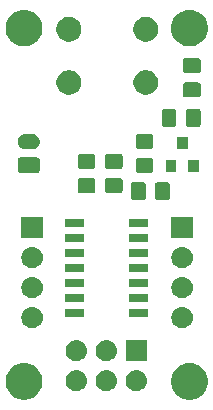
<source format=gbr>
G04 #@! TF.GenerationSoftware,KiCad,Pcbnew,5.0.2+dfsg1-1*
G04 #@! TF.CreationDate,2019-04-22T18:48:39+01:00*
G04 #@! TF.ProjectId,hawk,6861776b-2e6b-4696-9361-645f70636258,rev?*
G04 #@! TF.SameCoordinates,Original*
G04 #@! TF.FileFunction,Soldermask,Top*
G04 #@! TF.FilePolarity,Negative*
%FSLAX46Y46*%
G04 Gerber Fmt 4.6, Leading zero omitted, Abs format (unit mm)*
G04 Created by KiCad (PCBNEW 5.0.2+dfsg1-1) date Mon 22 Apr 2019 18:48:39 BST*
%MOMM*%
%LPD*%
G01*
G04 APERTURE LIST*
%ADD10C,0.100000*%
G04 APERTURE END LIST*
D10*
G36*
X158452527Y-92788736D02*
X158552410Y-92808604D01*
X158834674Y-92925521D01*
X159088705Y-93095259D01*
X159304741Y-93311295D01*
X159474479Y-93565326D01*
X159591396Y-93847590D01*
X159651000Y-94147240D01*
X159651000Y-94452760D01*
X159591396Y-94752410D01*
X159474479Y-95034674D01*
X159304741Y-95288705D01*
X159088705Y-95504741D01*
X158834674Y-95674479D01*
X158552410Y-95791396D01*
X158452527Y-95811264D01*
X158252762Y-95851000D01*
X157947238Y-95851000D01*
X157747473Y-95811264D01*
X157647590Y-95791396D01*
X157365326Y-95674479D01*
X157111295Y-95504741D01*
X156895259Y-95288705D01*
X156725521Y-95034674D01*
X156608604Y-94752410D01*
X156549000Y-94452760D01*
X156549000Y-94147240D01*
X156608604Y-93847590D01*
X156725521Y-93565326D01*
X156895259Y-93311295D01*
X157111295Y-93095259D01*
X157365326Y-92925521D01*
X157647590Y-92808604D01*
X157747473Y-92788736D01*
X157947238Y-92749000D01*
X158252762Y-92749000D01*
X158452527Y-92788736D01*
X158452527Y-92788736D01*
G37*
G36*
X144452527Y-92788736D02*
X144552410Y-92808604D01*
X144834674Y-92925521D01*
X145088705Y-93095259D01*
X145304741Y-93311295D01*
X145474479Y-93565326D01*
X145591396Y-93847590D01*
X145651000Y-94147240D01*
X145651000Y-94452760D01*
X145591396Y-94752410D01*
X145474479Y-95034674D01*
X145304741Y-95288705D01*
X145088705Y-95504741D01*
X144834674Y-95674479D01*
X144552410Y-95791396D01*
X144452527Y-95811264D01*
X144252762Y-95851000D01*
X143947238Y-95851000D01*
X143747473Y-95811264D01*
X143647590Y-95791396D01*
X143365326Y-95674479D01*
X143111295Y-95504741D01*
X142895259Y-95288705D01*
X142725521Y-95034674D01*
X142608604Y-94752410D01*
X142549000Y-94452760D01*
X142549000Y-94147240D01*
X142608604Y-93847590D01*
X142725521Y-93565326D01*
X142895259Y-93311295D01*
X143111295Y-93095259D01*
X143365326Y-92925521D01*
X143647590Y-92808604D01*
X143747473Y-92788736D01*
X143947238Y-92749000D01*
X144252762Y-92749000D01*
X144452527Y-92788736D01*
X144452527Y-92788736D01*
G37*
G36*
X151170443Y-93345519D02*
X151236627Y-93352037D01*
X151349853Y-93386384D01*
X151406467Y-93403557D01*
X151545087Y-93477652D01*
X151562991Y-93487222D01*
X151598729Y-93516552D01*
X151700186Y-93599814D01*
X151783448Y-93701271D01*
X151812778Y-93737009D01*
X151812779Y-93737011D01*
X151896443Y-93893533D01*
X151896443Y-93893534D01*
X151947963Y-94063373D01*
X151965359Y-94240000D01*
X151947963Y-94416627D01*
X151913616Y-94529853D01*
X151896443Y-94586467D01*
X151822348Y-94725087D01*
X151812778Y-94742991D01*
X151783448Y-94778729D01*
X151700186Y-94880186D01*
X151598729Y-94963448D01*
X151562991Y-94992778D01*
X151562989Y-94992779D01*
X151406467Y-95076443D01*
X151349853Y-95093616D01*
X151236627Y-95127963D01*
X151170443Y-95134481D01*
X151104260Y-95141000D01*
X151015740Y-95141000D01*
X150949557Y-95134481D01*
X150883373Y-95127963D01*
X150770147Y-95093616D01*
X150713533Y-95076443D01*
X150557011Y-94992779D01*
X150557009Y-94992778D01*
X150521271Y-94963448D01*
X150419814Y-94880186D01*
X150336552Y-94778729D01*
X150307222Y-94742991D01*
X150297652Y-94725087D01*
X150223557Y-94586467D01*
X150206384Y-94529853D01*
X150172037Y-94416627D01*
X150154641Y-94240000D01*
X150172037Y-94063373D01*
X150223557Y-93893534D01*
X150223557Y-93893533D01*
X150307221Y-93737011D01*
X150307222Y-93737009D01*
X150336552Y-93701271D01*
X150419814Y-93599814D01*
X150521271Y-93516552D01*
X150557009Y-93487222D01*
X150574913Y-93477652D01*
X150713533Y-93403557D01*
X150770147Y-93386384D01*
X150883373Y-93352037D01*
X150949558Y-93345518D01*
X151015740Y-93339000D01*
X151104260Y-93339000D01*
X151170443Y-93345519D01*
X151170443Y-93345519D01*
G37*
G36*
X153710443Y-93345519D02*
X153776627Y-93352037D01*
X153889853Y-93386384D01*
X153946467Y-93403557D01*
X154085087Y-93477652D01*
X154102991Y-93487222D01*
X154138729Y-93516552D01*
X154240186Y-93599814D01*
X154323448Y-93701271D01*
X154352778Y-93737009D01*
X154352779Y-93737011D01*
X154436443Y-93893533D01*
X154436443Y-93893534D01*
X154487963Y-94063373D01*
X154505359Y-94240000D01*
X154487963Y-94416627D01*
X154453616Y-94529853D01*
X154436443Y-94586467D01*
X154362348Y-94725087D01*
X154352778Y-94742991D01*
X154323448Y-94778729D01*
X154240186Y-94880186D01*
X154138729Y-94963448D01*
X154102991Y-94992778D01*
X154102989Y-94992779D01*
X153946467Y-95076443D01*
X153889853Y-95093616D01*
X153776627Y-95127963D01*
X153710443Y-95134481D01*
X153644260Y-95141000D01*
X153555740Y-95141000D01*
X153489557Y-95134481D01*
X153423373Y-95127963D01*
X153310147Y-95093616D01*
X153253533Y-95076443D01*
X153097011Y-94992779D01*
X153097009Y-94992778D01*
X153061271Y-94963448D01*
X152959814Y-94880186D01*
X152876552Y-94778729D01*
X152847222Y-94742991D01*
X152837652Y-94725087D01*
X152763557Y-94586467D01*
X152746384Y-94529853D01*
X152712037Y-94416627D01*
X152694641Y-94240000D01*
X152712037Y-94063373D01*
X152763557Y-93893534D01*
X152763557Y-93893533D01*
X152847221Y-93737011D01*
X152847222Y-93737009D01*
X152876552Y-93701271D01*
X152959814Y-93599814D01*
X153061271Y-93516552D01*
X153097009Y-93487222D01*
X153114913Y-93477652D01*
X153253533Y-93403557D01*
X153310147Y-93386384D01*
X153423373Y-93352037D01*
X153489558Y-93345518D01*
X153555740Y-93339000D01*
X153644260Y-93339000D01*
X153710443Y-93345519D01*
X153710443Y-93345519D01*
G37*
G36*
X148630443Y-93345519D02*
X148696627Y-93352037D01*
X148809853Y-93386384D01*
X148866467Y-93403557D01*
X149005087Y-93477652D01*
X149022991Y-93487222D01*
X149058729Y-93516552D01*
X149160186Y-93599814D01*
X149243448Y-93701271D01*
X149272778Y-93737009D01*
X149272779Y-93737011D01*
X149356443Y-93893533D01*
X149356443Y-93893534D01*
X149407963Y-94063373D01*
X149425359Y-94240000D01*
X149407963Y-94416627D01*
X149373616Y-94529853D01*
X149356443Y-94586467D01*
X149282348Y-94725087D01*
X149272778Y-94742991D01*
X149243448Y-94778729D01*
X149160186Y-94880186D01*
X149058729Y-94963448D01*
X149022991Y-94992778D01*
X149022989Y-94992779D01*
X148866467Y-95076443D01*
X148809853Y-95093616D01*
X148696627Y-95127963D01*
X148630443Y-95134481D01*
X148564260Y-95141000D01*
X148475740Y-95141000D01*
X148409557Y-95134481D01*
X148343373Y-95127963D01*
X148230147Y-95093616D01*
X148173533Y-95076443D01*
X148017011Y-94992779D01*
X148017009Y-94992778D01*
X147981271Y-94963448D01*
X147879814Y-94880186D01*
X147796552Y-94778729D01*
X147767222Y-94742991D01*
X147757652Y-94725087D01*
X147683557Y-94586467D01*
X147666384Y-94529853D01*
X147632037Y-94416627D01*
X147614641Y-94240000D01*
X147632037Y-94063373D01*
X147683557Y-93893534D01*
X147683557Y-93893533D01*
X147767221Y-93737011D01*
X147767222Y-93737009D01*
X147796552Y-93701271D01*
X147879814Y-93599814D01*
X147981271Y-93516552D01*
X148017009Y-93487222D01*
X148034913Y-93477652D01*
X148173533Y-93403557D01*
X148230147Y-93386384D01*
X148343373Y-93352037D01*
X148409558Y-93345518D01*
X148475740Y-93339000D01*
X148564260Y-93339000D01*
X148630443Y-93345519D01*
X148630443Y-93345519D01*
G37*
G36*
X154501000Y-92601000D02*
X152699000Y-92601000D01*
X152699000Y-90799000D01*
X154501000Y-90799000D01*
X154501000Y-92601000D01*
X154501000Y-92601000D01*
G37*
G36*
X151170442Y-90805518D02*
X151236627Y-90812037D01*
X151349853Y-90846384D01*
X151406467Y-90863557D01*
X151545087Y-90937652D01*
X151562991Y-90947222D01*
X151598729Y-90976552D01*
X151700186Y-91059814D01*
X151783448Y-91161271D01*
X151812778Y-91197009D01*
X151812779Y-91197011D01*
X151896443Y-91353533D01*
X151896443Y-91353534D01*
X151947963Y-91523373D01*
X151965359Y-91700000D01*
X151947963Y-91876627D01*
X151913616Y-91989853D01*
X151896443Y-92046467D01*
X151822348Y-92185087D01*
X151812778Y-92202991D01*
X151783448Y-92238729D01*
X151700186Y-92340186D01*
X151598729Y-92423448D01*
X151562991Y-92452778D01*
X151562989Y-92452779D01*
X151406467Y-92536443D01*
X151349853Y-92553616D01*
X151236627Y-92587963D01*
X151170442Y-92594482D01*
X151104260Y-92601000D01*
X151015740Y-92601000D01*
X150949558Y-92594482D01*
X150883373Y-92587963D01*
X150770147Y-92553616D01*
X150713533Y-92536443D01*
X150557011Y-92452779D01*
X150557009Y-92452778D01*
X150521271Y-92423448D01*
X150419814Y-92340186D01*
X150336552Y-92238729D01*
X150307222Y-92202991D01*
X150297652Y-92185087D01*
X150223557Y-92046467D01*
X150206384Y-91989853D01*
X150172037Y-91876627D01*
X150154641Y-91700000D01*
X150172037Y-91523373D01*
X150223557Y-91353534D01*
X150223557Y-91353533D01*
X150307221Y-91197011D01*
X150307222Y-91197009D01*
X150336552Y-91161271D01*
X150419814Y-91059814D01*
X150521271Y-90976552D01*
X150557009Y-90947222D01*
X150574913Y-90937652D01*
X150713533Y-90863557D01*
X150770147Y-90846384D01*
X150883373Y-90812037D01*
X150949558Y-90805518D01*
X151015740Y-90799000D01*
X151104260Y-90799000D01*
X151170442Y-90805518D01*
X151170442Y-90805518D01*
G37*
G36*
X148630442Y-90805518D02*
X148696627Y-90812037D01*
X148809853Y-90846384D01*
X148866467Y-90863557D01*
X149005087Y-90937652D01*
X149022991Y-90947222D01*
X149058729Y-90976552D01*
X149160186Y-91059814D01*
X149243448Y-91161271D01*
X149272778Y-91197009D01*
X149272779Y-91197011D01*
X149356443Y-91353533D01*
X149356443Y-91353534D01*
X149407963Y-91523373D01*
X149425359Y-91700000D01*
X149407963Y-91876627D01*
X149373616Y-91989853D01*
X149356443Y-92046467D01*
X149282348Y-92185087D01*
X149272778Y-92202991D01*
X149243448Y-92238729D01*
X149160186Y-92340186D01*
X149058729Y-92423448D01*
X149022991Y-92452778D01*
X149022989Y-92452779D01*
X148866467Y-92536443D01*
X148809853Y-92553616D01*
X148696627Y-92587963D01*
X148630442Y-92594482D01*
X148564260Y-92601000D01*
X148475740Y-92601000D01*
X148409558Y-92594482D01*
X148343373Y-92587963D01*
X148230147Y-92553616D01*
X148173533Y-92536443D01*
X148017011Y-92452779D01*
X148017009Y-92452778D01*
X147981271Y-92423448D01*
X147879814Y-92340186D01*
X147796552Y-92238729D01*
X147767222Y-92202991D01*
X147757652Y-92185087D01*
X147683557Y-92046467D01*
X147666384Y-91989853D01*
X147632037Y-91876627D01*
X147614641Y-91700000D01*
X147632037Y-91523373D01*
X147683557Y-91353534D01*
X147683557Y-91353533D01*
X147767221Y-91197011D01*
X147767222Y-91197009D01*
X147796552Y-91161271D01*
X147879814Y-91059814D01*
X147981271Y-90976552D01*
X148017009Y-90947222D01*
X148034913Y-90937652D01*
X148173533Y-90863557D01*
X148230147Y-90846384D01*
X148343373Y-90812037D01*
X148409558Y-90805518D01*
X148475740Y-90799000D01*
X148564260Y-90799000D01*
X148630442Y-90805518D01*
X148630442Y-90805518D01*
G37*
G36*
X144890443Y-88005519D02*
X144956627Y-88012037D01*
X145069853Y-88046384D01*
X145126467Y-88063557D01*
X145265087Y-88137652D01*
X145282991Y-88147222D01*
X145297342Y-88159000D01*
X145420186Y-88259814D01*
X145503448Y-88361271D01*
X145532778Y-88397009D01*
X145532779Y-88397011D01*
X145616443Y-88553533D01*
X145616443Y-88553534D01*
X145667963Y-88723373D01*
X145685359Y-88900000D01*
X145667963Y-89076627D01*
X145633616Y-89189853D01*
X145616443Y-89246467D01*
X145542348Y-89385087D01*
X145532778Y-89402991D01*
X145503448Y-89438729D01*
X145420186Y-89540186D01*
X145318729Y-89623448D01*
X145282991Y-89652778D01*
X145282989Y-89652779D01*
X145126467Y-89736443D01*
X145069853Y-89753616D01*
X144956627Y-89787963D01*
X144890443Y-89794481D01*
X144824260Y-89801000D01*
X144735740Y-89801000D01*
X144669557Y-89794481D01*
X144603373Y-89787963D01*
X144490147Y-89753616D01*
X144433533Y-89736443D01*
X144277011Y-89652779D01*
X144277009Y-89652778D01*
X144241271Y-89623448D01*
X144139814Y-89540186D01*
X144056552Y-89438729D01*
X144027222Y-89402991D01*
X144017652Y-89385087D01*
X143943557Y-89246467D01*
X143926384Y-89189853D01*
X143892037Y-89076627D01*
X143874641Y-88900000D01*
X143892037Y-88723373D01*
X143943557Y-88553534D01*
X143943557Y-88553533D01*
X144027221Y-88397011D01*
X144027222Y-88397009D01*
X144056552Y-88361271D01*
X144139814Y-88259814D01*
X144262658Y-88159000D01*
X144277009Y-88147222D01*
X144294913Y-88137652D01*
X144433533Y-88063557D01*
X144490147Y-88046384D01*
X144603373Y-88012037D01*
X144669557Y-88005519D01*
X144735740Y-87999000D01*
X144824260Y-87999000D01*
X144890443Y-88005519D01*
X144890443Y-88005519D01*
G37*
G36*
X157590443Y-88005519D02*
X157656627Y-88012037D01*
X157769853Y-88046384D01*
X157826467Y-88063557D01*
X157965087Y-88137652D01*
X157982991Y-88147222D01*
X157997342Y-88159000D01*
X158120186Y-88259814D01*
X158203448Y-88361271D01*
X158232778Y-88397009D01*
X158232779Y-88397011D01*
X158316443Y-88553533D01*
X158316443Y-88553534D01*
X158367963Y-88723373D01*
X158385359Y-88900000D01*
X158367963Y-89076627D01*
X158333616Y-89189853D01*
X158316443Y-89246467D01*
X158242348Y-89385087D01*
X158232778Y-89402991D01*
X158203448Y-89438729D01*
X158120186Y-89540186D01*
X158018729Y-89623448D01*
X157982991Y-89652778D01*
X157982989Y-89652779D01*
X157826467Y-89736443D01*
X157769853Y-89753616D01*
X157656627Y-89787963D01*
X157590443Y-89794481D01*
X157524260Y-89801000D01*
X157435740Y-89801000D01*
X157369557Y-89794481D01*
X157303373Y-89787963D01*
X157190147Y-89753616D01*
X157133533Y-89736443D01*
X156977011Y-89652779D01*
X156977009Y-89652778D01*
X156941271Y-89623448D01*
X156839814Y-89540186D01*
X156756552Y-89438729D01*
X156727222Y-89402991D01*
X156717652Y-89385087D01*
X156643557Y-89246467D01*
X156626384Y-89189853D01*
X156592037Y-89076627D01*
X156574641Y-88900000D01*
X156592037Y-88723373D01*
X156643557Y-88553534D01*
X156643557Y-88553533D01*
X156727221Y-88397011D01*
X156727222Y-88397009D01*
X156756552Y-88361271D01*
X156839814Y-88259814D01*
X156962658Y-88159000D01*
X156977009Y-88147222D01*
X156994913Y-88137652D01*
X157133533Y-88063557D01*
X157190147Y-88046384D01*
X157303373Y-88012037D01*
X157369557Y-88005519D01*
X157435740Y-87999000D01*
X157524260Y-87999000D01*
X157590443Y-88005519D01*
X157590443Y-88005519D01*
G37*
G36*
X154601000Y-88861000D02*
X152999000Y-88861000D01*
X152999000Y-88159000D01*
X154601000Y-88159000D01*
X154601000Y-88861000D01*
X154601000Y-88861000D01*
G37*
G36*
X149201000Y-88861000D02*
X147599000Y-88861000D01*
X147599000Y-88159000D01*
X149201000Y-88159000D01*
X149201000Y-88861000D01*
X149201000Y-88861000D01*
G37*
G36*
X154601000Y-87591000D02*
X152999000Y-87591000D01*
X152999000Y-86889000D01*
X154601000Y-86889000D01*
X154601000Y-87591000D01*
X154601000Y-87591000D01*
G37*
G36*
X149201000Y-87591000D02*
X147599000Y-87591000D01*
X147599000Y-86889000D01*
X149201000Y-86889000D01*
X149201000Y-87591000D01*
X149201000Y-87591000D01*
G37*
G36*
X144890442Y-85465518D02*
X144956627Y-85472037D01*
X145069853Y-85506384D01*
X145126467Y-85523557D01*
X145265087Y-85597652D01*
X145282991Y-85607222D01*
X145297342Y-85619000D01*
X145420186Y-85719814D01*
X145503448Y-85821271D01*
X145532778Y-85857009D01*
X145532779Y-85857011D01*
X145616443Y-86013533D01*
X145616443Y-86013534D01*
X145667963Y-86183373D01*
X145685359Y-86360000D01*
X145667963Y-86536627D01*
X145633616Y-86649853D01*
X145616443Y-86706467D01*
X145542348Y-86845087D01*
X145532778Y-86862991D01*
X145511433Y-86889000D01*
X145420186Y-87000186D01*
X145318729Y-87083448D01*
X145282991Y-87112778D01*
X145282989Y-87112779D01*
X145126467Y-87196443D01*
X145069853Y-87213616D01*
X144956627Y-87247963D01*
X144890442Y-87254482D01*
X144824260Y-87261000D01*
X144735740Y-87261000D01*
X144669558Y-87254482D01*
X144603373Y-87247963D01*
X144490147Y-87213616D01*
X144433533Y-87196443D01*
X144277011Y-87112779D01*
X144277009Y-87112778D01*
X144241271Y-87083448D01*
X144139814Y-87000186D01*
X144048567Y-86889000D01*
X144027222Y-86862991D01*
X144017652Y-86845087D01*
X143943557Y-86706467D01*
X143926384Y-86649853D01*
X143892037Y-86536627D01*
X143874641Y-86360000D01*
X143892037Y-86183373D01*
X143943557Y-86013534D01*
X143943557Y-86013533D01*
X144027221Y-85857011D01*
X144027222Y-85857009D01*
X144056552Y-85821271D01*
X144139814Y-85719814D01*
X144262658Y-85619000D01*
X144277009Y-85607222D01*
X144294913Y-85597652D01*
X144433533Y-85523557D01*
X144490147Y-85506384D01*
X144603373Y-85472037D01*
X144669558Y-85465518D01*
X144735740Y-85459000D01*
X144824260Y-85459000D01*
X144890442Y-85465518D01*
X144890442Y-85465518D01*
G37*
G36*
X157590442Y-85465518D02*
X157656627Y-85472037D01*
X157769853Y-85506384D01*
X157826467Y-85523557D01*
X157965087Y-85597652D01*
X157982991Y-85607222D01*
X157997342Y-85619000D01*
X158120186Y-85719814D01*
X158203448Y-85821271D01*
X158232778Y-85857009D01*
X158232779Y-85857011D01*
X158316443Y-86013533D01*
X158316443Y-86013534D01*
X158367963Y-86183373D01*
X158385359Y-86360000D01*
X158367963Y-86536627D01*
X158333616Y-86649853D01*
X158316443Y-86706467D01*
X158242348Y-86845087D01*
X158232778Y-86862991D01*
X158211433Y-86889000D01*
X158120186Y-87000186D01*
X158018729Y-87083448D01*
X157982991Y-87112778D01*
X157982989Y-87112779D01*
X157826467Y-87196443D01*
X157769853Y-87213616D01*
X157656627Y-87247963D01*
X157590442Y-87254482D01*
X157524260Y-87261000D01*
X157435740Y-87261000D01*
X157369558Y-87254482D01*
X157303373Y-87247963D01*
X157190147Y-87213616D01*
X157133533Y-87196443D01*
X156977011Y-87112779D01*
X156977009Y-87112778D01*
X156941271Y-87083448D01*
X156839814Y-87000186D01*
X156748567Y-86889000D01*
X156727222Y-86862991D01*
X156717652Y-86845087D01*
X156643557Y-86706467D01*
X156626384Y-86649853D01*
X156592037Y-86536627D01*
X156574641Y-86360000D01*
X156592037Y-86183373D01*
X156643557Y-86013534D01*
X156643557Y-86013533D01*
X156727221Y-85857011D01*
X156727222Y-85857009D01*
X156756552Y-85821271D01*
X156839814Y-85719814D01*
X156962658Y-85619000D01*
X156977009Y-85607222D01*
X156994913Y-85597652D01*
X157133533Y-85523557D01*
X157190147Y-85506384D01*
X157303373Y-85472037D01*
X157369558Y-85465518D01*
X157435740Y-85459000D01*
X157524260Y-85459000D01*
X157590442Y-85465518D01*
X157590442Y-85465518D01*
G37*
G36*
X154601000Y-86321000D02*
X152999000Y-86321000D01*
X152999000Y-85619000D01*
X154601000Y-85619000D01*
X154601000Y-86321000D01*
X154601000Y-86321000D01*
G37*
G36*
X149201000Y-86321000D02*
X147599000Y-86321000D01*
X147599000Y-85619000D01*
X149201000Y-85619000D01*
X149201000Y-86321000D01*
X149201000Y-86321000D01*
G37*
G36*
X154601000Y-85051000D02*
X152999000Y-85051000D01*
X152999000Y-84349000D01*
X154601000Y-84349000D01*
X154601000Y-85051000D01*
X154601000Y-85051000D01*
G37*
G36*
X149201000Y-85051000D02*
X147599000Y-85051000D01*
X147599000Y-84349000D01*
X149201000Y-84349000D01*
X149201000Y-85051000D01*
X149201000Y-85051000D01*
G37*
G36*
X157590443Y-82925519D02*
X157656627Y-82932037D01*
X157769853Y-82966384D01*
X157826467Y-82983557D01*
X157965087Y-83057652D01*
X157982991Y-83067222D01*
X157997342Y-83079000D01*
X158120186Y-83179814D01*
X158203448Y-83281271D01*
X158232778Y-83317009D01*
X158232779Y-83317011D01*
X158316443Y-83473533D01*
X158316443Y-83473534D01*
X158367963Y-83643373D01*
X158385359Y-83820000D01*
X158367963Y-83996627D01*
X158333616Y-84109853D01*
X158316443Y-84166467D01*
X158242348Y-84305087D01*
X158232778Y-84322991D01*
X158211433Y-84349000D01*
X158120186Y-84460186D01*
X158018729Y-84543448D01*
X157982991Y-84572778D01*
X157982989Y-84572779D01*
X157826467Y-84656443D01*
X157769853Y-84673616D01*
X157656627Y-84707963D01*
X157590443Y-84714481D01*
X157524260Y-84721000D01*
X157435740Y-84721000D01*
X157369557Y-84714481D01*
X157303373Y-84707963D01*
X157190147Y-84673616D01*
X157133533Y-84656443D01*
X156977011Y-84572779D01*
X156977009Y-84572778D01*
X156941271Y-84543448D01*
X156839814Y-84460186D01*
X156748567Y-84349000D01*
X156727222Y-84322991D01*
X156717652Y-84305087D01*
X156643557Y-84166467D01*
X156626384Y-84109853D01*
X156592037Y-83996627D01*
X156574641Y-83820000D01*
X156592037Y-83643373D01*
X156643557Y-83473534D01*
X156643557Y-83473533D01*
X156727221Y-83317011D01*
X156727222Y-83317009D01*
X156756552Y-83281271D01*
X156839814Y-83179814D01*
X156962658Y-83079000D01*
X156977009Y-83067222D01*
X156994913Y-83057652D01*
X157133533Y-82983557D01*
X157190147Y-82966384D01*
X157303373Y-82932037D01*
X157369557Y-82925519D01*
X157435740Y-82919000D01*
X157524260Y-82919000D01*
X157590443Y-82925519D01*
X157590443Y-82925519D01*
G37*
G36*
X144890443Y-82925519D02*
X144956627Y-82932037D01*
X145069853Y-82966384D01*
X145126467Y-82983557D01*
X145265087Y-83057652D01*
X145282991Y-83067222D01*
X145297342Y-83079000D01*
X145420186Y-83179814D01*
X145503448Y-83281271D01*
X145532778Y-83317009D01*
X145532779Y-83317011D01*
X145616443Y-83473533D01*
X145616443Y-83473534D01*
X145667963Y-83643373D01*
X145685359Y-83820000D01*
X145667963Y-83996627D01*
X145633616Y-84109853D01*
X145616443Y-84166467D01*
X145542348Y-84305087D01*
X145532778Y-84322991D01*
X145511433Y-84349000D01*
X145420186Y-84460186D01*
X145318729Y-84543448D01*
X145282991Y-84572778D01*
X145282989Y-84572779D01*
X145126467Y-84656443D01*
X145069853Y-84673616D01*
X144956627Y-84707963D01*
X144890443Y-84714481D01*
X144824260Y-84721000D01*
X144735740Y-84721000D01*
X144669557Y-84714481D01*
X144603373Y-84707963D01*
X144490147Y-84673616D01*
X144433533Y-84656443D01*
X144277011Y-84572779D01*
X144277009Y-84572778D01*
X144241271Y-84543448D01*
X144139814Y-84460186D01*
X144048567Y-84349000D01*
X144027222Y-84322991D01*
X144017652Y-84305087D01*
X143943557Y-84166467D01*
X143926384Y-84109853D01*
X143892037Y-83996627D01*
X143874641Y-83820000D01*
X143892037Y-83643373D01*
X143943557Y-83473534D01*
X143943557Y-83473533D01*
X144027221Y-83317011D01*
X144027222Y-83317009D01*
X144056552Y-83281271D01*
X144139814Y-83179814D01*
X144262658Y-83079000D01*
X144277009Y-83067222D01*
X144294913Y-83057652D01*
X144433533Y-82983557D01*
X144490147Y-82966384D01*
X144603373Y-82932037D01*
X144669557Y-82925519D01*
X144735740Y-82919000D01*
X144824260Y-82919000D01*
X144890443Y-82925519D01*
X144890443Y-82925519D01*
G37*
G36*
X154601000Y-83781000D02*
X152999000Y-83781000D01*
X152999000Y-83079000D01*
X154601000Y-83079000D01*
X154601000Y-83781000D01*
X154601000Y-83781000D01*
G37*
G36*
X149201000Y-83781000D02*
X147599000Y-83781000D01*
X147599000Y-83079000D01*
X149201000Y-83079000D01*
X149201000Y-83781000D01*
X149201000Y-83781000D01*
G37*
G36*
X154601000Y-82511000D02*
X152999000Y-82511000D01*
X152999000Y-81809000D01*
X154601000Y-81809000D01*
X154601000Y-82511000D01*
X154601000Y-82511000D01*
G37*
G36*
X149201000Y-82511000D02*
X147599000Y-82511000D01*
X147599000Y-81809000D01*
X149201000Y-81809000D01*
X149201000Y-82511000D01*
X149201000Y-82511000D01*
G37*
G36*
X158381000Y-82181000D02*
X156579000Y-82181000D01*
X156579000Y-80379000D01*
X158381000Y-80379000D01*
X158381000Y-82181000D01*
X158381000Y-82181000D01*
G37*
G36*
X145681000Y-82181000D02*
X143879000Y-82181000D01*
X143879000Y-80379000D01*
X145681000Y-80379000D01*
X145681000Y-82181000D01*
X145681000Y-82181000D01*
G37*
G36*
X149201000Y-81241000D02*
X147599000Y-81241000D01*
X147599000Y-80539000D01*
X149201000Y-80539000D01*
X149201000Y-81241000D01*
X149201000Y-81241000D01*
G37*
G36*
X154601000Y-81241000D02*
X152999000Y-81241000D01*
X152999000Y-80539000D01*
X154601000Y-80539000D01*
X154601000Y-81241000D01*
X154601000Y-81241000D01*
G37*
G36*
X156288677Y-77453465D02*
X156326364Y-77464898D01*
X156361103Y-77483466D01*
X156391548Y-77508452D01*
X156416534Y-77538897D01*
X156435102Y-77573636D01*
X156446535Y-77611323D01*
X156451000Y-77656661D01*
X156451000Y-78743339D01*
X156446535Y-78788677D01*
X156435102Y-78826364D01*
X156416534Y-78861103D01*
X156391548Y-78891548D01*
X156361103Y-78916534D01*
X156326364Y-78935102D01*
X156288677Y-78946535D01*
X156243339Y-78951000D01*
X155406661Y-78951000D01*
X155361323Y-78946535D01*
X155323636Y-78935102D01*
X155288897Y-78916534D01*
X155258452Y-78891548D01*
X155233466Y-78861103D01*
X155214898Y-78826364D01*
X155203465Y-78788677D01*
X155199000Y-78743339D01*
X155199000Y-77656661D01*
X155203465Y-77611323D01*
X155214898Y-77573636D01*
X155233466Y-77538897D01*
X155258452Y-77508452D01*
X155288897Y-77483466D01*
X155323636Y-77464898D01*
X155361323Y-77453465D01*
X155406661Y-77449000D01*
X156243339Y-77449000D01*
X156288677Y-77453465D01*
X156288677Y-77453465D01*
G37*
G36*
X154238677Y-77453465D02*
X154276364Y-77464898D01*
X154311103Y-77483466D01*
X154341548Y-77508452D01*
X154366534Y-77538897D01*
X154385102Y-77573636D01*
X154396535Y-77611323D01*
X154401000Y-77656661D01*
X154401000Y-78743339D01*
X154396535Y-78788677D01*
X154385102Y-78826364D01*
X154366534Y-78861103D01*
X154341548Y-78891548D01*
X154311103Y-78916534D01*
X154276364Y-78935102D01*
X154238677Y-78946535D01*
X154193339Y-78951000D01*
X153356661Y-78951000D01*
X153311323Y-78946535D01*
X153273636Y-78935102D01*
X153238897Y-78916534D01*
X153208452Y-78891548D01*
X153183466Y-78861103D01*
X153164898Y-78826364D01*
X153153465Y-78788677D01*
X153149000Y-78743339D01*
X153149000Y-77656661D01*
X153153465Y-77611323D01*
X153164898Y-77573636D01*
X153183466Y-77538897D01*
X153208452Y-77508452D01*
X153238897Y-77483466D01*
X153273636Y-77464898D01*
X153311323Y-77453465D01*
X153356661Y-77449000D01*
X154193339Y-77449000D01*
X154238677Y-77453465D01*
X154238677Y-77453465D01*
G37*
G36*
X152288677Y-77103465D02*
X152326364Y-77114898D01*
X152361103Y-77133466D01*
X152391548Y-77158452D01*
X152416534Y-77188897D01*
X152435102Y-77223636D01*
X152446535Y-77261323D01*
X152451000Y-77306661D01*
X152451000Y-78143339D01*
X152446535Y-78188677D01*
X152435102Y-78226364D01*
X152416534Y-78261103D01*
X152391548Y-78291548D01*
X152361103Y-78316534D01*
X152326364Y-78335102D01*
X152288677Y-78346535D01*
X152243339Y-78351000D01*
X151156661Y-78351000D01*
X151111323Y-78346535D01*
X151073636Y-78335102D01*
X151038897Y-78316534D01*
X151008452Y-78291548D01*
X150983466Y-78261103D01*
X150964898Y-78226364D01*
X150953465Y-78188677D01*
X150949000Y-78143339D01*
X150949000Y-77306661D01*
X150953465Y-77261323D01*
X150964898Y-77223636D01*
X150983466Y-77188897D01*
X151008452Y-77158452D01*
X151038897Y-77133466D01*
X151073636Y-77114898D01*
X151111323Y-77103465D01*
X151156661Y-77099000D01*
X152243339Y-77099000D01*
X152288677Y-77103465D01*
X152288677Y-77103465D01*
G37*
G36*
X149988677Y-77103465D02*
X150026364Y-77114898D01*
X150061103Y-77133466D01*
X150091548Y-77158452D01*
X150116534Y-77188897D01*
X150135102Y-77223636D01*
X150146535Y-77261323D01*
X150151000Y-77306661D01*
X150151000Y-78143339D01*
X150146535Y-78188677D01*
X150135102Y-78226364D01*
X150116534Y-78261103D01*
X150091548Y-78291548D01*
X150061103Y-78316534D01*
X150026364Y-78335102D01*
X149988677Y-78346535D01*
X149943339Y-78351000D01*
X148856661Y-78351000D01*
X148811323Y-78346535D01*
X148773636Y-78335102D01*
X148738897Y-78316534D01*
X148708452Y-78291548D01*
X148683466Y-78261103D01*
X148664898Y-78226364D01*
X148653465Y-78188677D01*
X148649000Y-78143339D01*
X148649000Y-77306661D01*
X148653465Y-77261323D01*
X148664898Y-77223636D01*
X148683466Y-77188897D01*
X148708452Y-77158452D01*
X148738897Y-77133466D01*
X148773636Y-77114898D01*
X148811323Y-77103465D01*
X148856661Y-77099000D01*
X149943339Y-77099000D01*
X149988677Y-77103465D01*
X149988677Y-77103465D01*
G37*
G36*
X145266242Y-75353404D02*
X145303339Y-75364657D01*
X145337520Y-75382927D01*
X145367482Y-75407518D01*
X145392073Y-75437480D01*
X145410343Y-75471661D01*
X145421596Y-75508758D01*
X145426000Y-75553473D01*
X145426000Y-76446527D01*
X145421596Y-76491242D01*
X145410343Y-76528339D01*
X145392073Y-76562520D01*
X145367482Y-76592482D01*
X145337520Y-76617073D01*
X145303339Y-76635343D01*
X145266242Y-76646596D01*
X145221527Y-76651000D01*
X143778473Y-76651000D01*
X143733758Y-76646596D01*
X143696661Y-76635343D01*
X143662480Y-76617073D01*
X143632518Y-76592482D01*
X143607927Y-76562520D01*
X143589657Y-76528339D01*
X143578404Y-76491242D01*
X143574000Y-76446527D01*
X143574000Y-75553473D01*
X143578404Y-75508758D01*
X143589657Y-75471661D01*
X143607927Y-75437480D01*
X143632518Y-75407518D01*
X143662480Y-75382927D01*
X143696661Y-75364657D01*
X143733758Y-75353404D01*
X143778473Y-75349000D01*
X145221527Y-75349000D01*
X145266242Y-75353404D01*
X145266242Y-75353404D01*
G37*
G36*
X154888677Y-75403465D02*
X154926364Y-75414898D01*
X154961103Y-75433466D01*
X154991548Y-75458452D01*
X155016534Y-75488897D01*
X155035102Y-75523636D01*
X155046535Y-75561323D01*
X155051000Y-75606661D01*
X155051000Y-76443339D01*
X155046535Y-76488677D01*
X155035102Y-76526364D01*
X155016534Y-76561103D01*
X154991548Y-76591548D01*
X154961103Y-76616534D01*
X154926364Y-76635102D01*
X154888677Y-76646535D01*
X154843339Y-76651000D01*
X153756661Y-76651000D01*
X153711323Y-76646535D01*
X153673636Y-76635102D01*
X153638897Y-76616534D01*
X153608452Y-76591548D01*
X153583466Y-76561103D01*
X153564898Y-76526364D01*
X153553465Y-76488677D01*
X153549000Y-76443339D01*
X153549000Y-75606661D01*
X153553465Y-75561323D01*
X153564898Y-75523636D01*
X153583466Y-75488897D01*
X153608452Y-75458452D01*
X153638897Y-75433466D01*
X153673636Y-75414898D01*
X153711323Y-75403465D01*
X153756661Y-75399000D01*
X154843339Y-75399000D01*
X154888677Y-75403465D01*
X154888677Y-75403465D01*
G37*
G36*
X158901000Y-76601000D02*
X157999000Y-76601000D01*
X157999000Y-75599000D01*
X158901000Y-75599000D01*
X158901000Y-76601000D01*
X158901000Y-76601000D01*
G37*
G36*
X157001000Y-76601000D02*
X156099000Y-76601000D01*
X156099000Y-75599000D01*
X157001000Y-75599000D01*
X157001000Y-76601000D01*
X157001000Y-76601000D01*
G37*
G36*
X152288677Y-75053465D02*
X152326364Y-75064898D01*
X152361103Y-75083466D01*
X152391548Y-75108452D01*
X152416534Y-75138897D01*
X152435102Y-75173636D01*
X152446535Y-75211323D01*
X152451000Y-75256661D01*
X152451000Y-76093339D01*
X152446535Y-76138677D01*
X152435102Y-76176364D01*
X152416534Y-76211103D01*
X152391548Y-76241548D01*
X152361103Y-76266534D01*
X152326364Y-76285102D01*
X152288677Y-76296535D01*
X152243339Y-76301000D01*
X151156661Y-76301000D01*
X151111323Y-76296535D01*
X151073636Y-76285102D01*
X151038897Y-76266534D01*
X151008452Y-76241548D01*
X150983466Y-76211103D01*
X150964898Y-76176364D01*
X150953465Y-76138677D01*
X150949000Y-76093339D01*
X150949000Y-75256661D01*
X150953465Y-75211323D01*
X150964898Y-75173636D01*
X150983466Y-75138897D01*
X151008452Y-75108452D01*
X151038897Y-75083466D01*
X151073636Y-75064898D01*
X151111323Y-75053465D01*
X151156661Y-75049000D01*
X152243339Y-75049000D01*
X152288677Y-75053465D01*
X152288677Y-75053465D01*
G37*
G36*
X149988677Y-75053465D02*
X150026364Y-75064898D01*
X150061103Y-75083466D01*
X150091548Y-75108452D01*
X150116534Y-75138897D01*
X150135102Y-75173636D01*
X150146535Y-75211323D01*
X150151000Y-75256661D01*
X150151000Y-76093339D01*
X150146535Y-76138677D01*
X150135102Y-76176364D01*
X150116534Y-76211103D01*
X150091548Y-76241548D01*
X150061103Y-76266534D01*
X150026364Y-76285102D01*
X149988677Y-76296535D01*
X149943339Y-76301000D01*
X148856661Y-76301000D01*
X148811323Y-76296535D01*
X148773636Y-76285102D01*
X148738897Y-76266534D01*
X148708452Y-76241548D01*
X148683466Y-76211103D01*
X148664898Y-76176364D01*
X148653465Y-76138677D01*
X148649000Y-76093339D01*
X148649000Y-75256661D01*
X148653465Y-75211323D01*
X148664898Y-75173636D01*
X148683466Y-75138897D01*
X148708452Y-75108452D01*
X148738897Y-75083466D01*
X148773636Y-75064898D01*
X148811323Y-75053465D01*
X148856661Y-75049000D01*
X149943339Y-75049000D01*
X149988677Y-75053465D01*
X149988677Y-75053465D01*
G37*
G36*
X144838855Y-73352140D02*
X144902618Y-73358420D01*
X144984427Y-73383237D01*
X145025333Y-73395645D01*
X145106251Y-73438897D01*
X145138426Y-73456095D01*
X145237553Y-73537447D01*
X145318905Y-73636574D01*
X145318906Y-73636576D01*
X145379355Y-73749667D01*
X145379355Y-73749668D01*
X145416580Y-73872382D01*
X145429149Y-74000000D01*
X145416580Y-74127618D01*
X145391763Y-74209427D01*
X145379355Y-74250333D01*
X145337399Y-74328827D01*
X145318905Y-74363426D01*
X145237553Y-74462553D01*
X145138426Y-74543905D01*
X145138424Y-74543906D01*
X145025333Y-74604355D01*
X144984427Y-74616763D01*
X144902618Y-74641580D01*
X144838855Y-74647860D01*
X144806974Y-74651000D01*
X144193026Y-74651000D01*
X144161145Y-74647860D01*
X144097382Y-74641580D01*
X144015573Y-74616763D01*
X143974667Y-74604355D01*
X143861576Y-74543906D01*
X143861574Y-74543905D01*
X143762447Y-74462553D01*
X143681095Y-74363426D01*
X143662601Y-74328827D01*
X143620645Y-74250333D01*
X143608237Y-74209427D01*
X143583420Y-74127618D01*
X143570851Y-74000000D01*
X143583420Y-73872382D01*
X143620645Y-73749668D01*
X143620645Y-73749667D01*
X143681094Y-73636576D01*
X143681095Y-73636574D01*
X143762447Y-73537447D01*
X143861574Y-73456095D01*
X143893749Y-73438897D01*
X143974667Y-73395645D01*
X144015573Y-73383237D01*
X144097382Y-73358420D01*
X144161145Y-73352140D01*
X144193026Y-73349000D01*
X144806974Y-73349000D01*
X144838855Y-73352140D01*
X144838855Y-73352140D01*
G37*
G36*
X154888677Y-73353465D02*
X154926364Y-73364898D01*
X154961103Y-73383466D01*
X154991548Y-73408452D01*
X155016534Y-73438897D01*
X155035102Y-73473636D01*
X155046535Y-73511323D01*
X155051000Y-73556661D01*
X155051000Y-74393339D01*
X155046535Y-74438677D01*
X155035102Y-74476364D01*
X155016534Y-74511103D01*
X154991548Y-74541548D01*
X154961103Y-74566534D01*
X154926364Y-74585102D01*
X154888677Y-74596535D01*
X154843339Y-74601000D01*
X153756661Y-74601000D01*
X153711323Y-74596535D01*
X153673636Y-74585102D01*
X153638897Y-74566534D01*
X153608452Y-74541548D01*
X153583466Y-74511103D01*
X153564898Y-74476364D01*
X153553465Y-74438677D01*
X153549000Y-74393339D01*
X153549000Y-73556661D01*
X153553465Y-73511323D01*
X153564898Y-73473636D01*
X153583466Y-73438897D01*
X153608452Y-73408452D01*
X153638897Y-73383466D01*
X153673636Y-73364898D01*
X153711323Y-73353465D01*
X153756661Y-73349000D01*
X154843339Y-73349000D01*
X154888677Y-73353465D01*
X154888677Y-73353465D01*
G37*
G36*
X157951000Y-74601000D02*
X157049000Y-74601000D01*
X157049000Y-73599000D01*
X157951000Y-73599000D01*
X157951000Y-74601000D01*
X157951000Y-74601000D01*
G37*
G36*
X158888677Y-71253465D02*
X158926364Y-71264898D01*
X158961103Y-71283466D01*
X158991548Y-71308452D01*
X159016534Y-71338897D01*
X159035102Y-71373636D01*
X159046535Y-71411323D01*
X159051000Y-71456661D01*
X159051000Y-72543339D01*
X159046535Y-72588677D01*
X159035102Y-72626364D01*
X159016534Y-72661103D01*
X158991548Y-72691548D01*
X158961103Y-72716534D01*
X158926364Y-72735102D01*
X158888677Y-72746535D01*
X158843339Y-72751000D01*
X158006661Y-72751000D01*
X157961323Y-72746535D01*
X157923636Y-72735102D01*
X157888897Y-72716534D01*
X157858452Y-72691548D01*
X157833466Y-72661103D01*
X157814898Y-72626364D01*
X157803465Y-72588677D01*
X157799000Y-72543339D01*
X157799000Y-71456661D01*
X157803465Y-71411323D01*
X157814898Y-71373636D01*
X157833466Y-71338897D01*
X157858452Y-71308452D01*
X157888897Y-71283466D01*
X157923636Y-71264898D01*
X157961323Y-71253465D01*
X158006661Y-71249000D01*
X158843339Y-71249000D01*
X158888677Y-71253465D01*
X158888677Y-71253465D01*
G37*
G36*
X156838677Y-71253465D02*
X156876364Y-71264898D01*
X156911103Y-71283466D01*
X156941548Y-71308452D01*
X156966534Y-71338897D01*
X156985102Y-71373636D01*
X156996535Y-71411323D01*
X157001000Y-71456661D01*
X157001000Y-72543339D01*
X156996535Y-72588677D01*
X156985102Y-72626364D01*
X156966534Y-72661103D01*
X156941548Y-72691548D01*
X156911103Y-72716534D01*
X156876364Y-72735102D01*
X156838677Y-72746535D01*
X156793339Y-72751000D01*
X155956661Y-72751000D01*
X155911323Y-72746535D01*
X155873636Y-72735102D01*
X155838897Y-72716534D01*
X155808452Y-72691548D01*
X155783466Y-72661103D01*
X155764898Y-72626364D01*
X155753465Y-72588677D01*
X155749000Y-72543339D01*
X155749000Y-71456661D01*
X155753465Y-71411323D01*
X155764898Y-71373636D01*
X155783466Y-71338897D01*
X155808452Y-71308452D01*
X155838897Y-71283466D01*
X155873636Y-71264898D01*
X155911323Y-71253465D01*
X155956661Y-71249000D01*
X156793339Y-71249000D01*
X156838677Y-71253465D01*
X156838677Y-71253465D01*
G37*
G36*
X158888677Y-69003465D02*
X158926364Y-69014898D01*
X158961103Y-69033466D01*
X158991548Y-69058452D01*
X159016534Y-69088897D01*
X159035102Y-69123636D01*
X159046535Y-69161323D01*
X159051000Y-69206661D01*
X159051000Y-70043339D01*
X159046535Y-70088677D01*
X159035102Y-70126364D01*
X159016534Y-70161103D01*
X158991548Y-70191548D01*
X158961103Y-70216534D01*
X158926364Y-70235102D01*
X158888677Y-70246535D01*
X158843339Y-70251000D01*
X157756661Y-70251000D01*
X157711323Y-70246535D01*
X157673636Y-70235102D01*
X157638897Y-70216534D01*
X157608452Y-70191548D01*
X157583466Y-70161103D01*
X157564898Y-70126364D01*
X157553465Y-70088677D01*
X157549000Y-70043339D01*
X157549000Y-69206661D01*
X157553465Y-69161323D01*
X157564898Y-69123636D01*
X157583466Y-69088897D01*
X157608452Y-69058452D01*
X157638897Y-69033466D01*
X157673636Y-69014898D01*
X157711323Y-69003465D01*
X157756661Y-68999000D01*
X158843339Y-68999000D01*
X158888677Y-69003465D01*
X158888677Y-69003465D01*
G37*
G36*
X148206565Y-67989389D02*
X148397834Y-68068615D01*
X148569976Y-68183637D01*
X148716363Y-68330024D01*
X148831385Y-68502166D01*
X148910611Y-68693435D01*
X148951000Y-68896484D01*
X148951000Y-69103516D01*
X148910611Y-69306565D01*
X148831385Y-69497834D01*
X148716363Y-69669976D01*
X148569976Y-69816363D01*
X148397834Y-69931385D01*
X148206565Y-70010611D01*
X148003516Y-70051000D01*
X147796484Y-70051000D01*
X147593435Y-70010611D01*
X147402166Y-69931385D01*
X147230024Y-69816363D01*
X147083637Y-69669976D01*
X146968615Y-69497834D01*
X146889389Y-69306565D01*
X146849000Y-69103516D01*
X146849000Y-68896484D01*
X146889389Y-68693435D01*
X146968615Y-68502166D01*
X147083637Y-68330024D01*
X147230024Y-68183637D01*
X147402166Y-68068615D01*
X147593435Y-67989389D01*
X147796484Y-67949000D01*
X148003516Y-67949000D01*
X148206565Y-67989389D01*
X148206565Y-67989389D01*
G37*
G36*
X154706565Y-67989389D02*
X154897834Y-68068615D01*
X155069976Y-68183637D01*
X155216363Y-68330024D01*
X155331385Y-68502166D01*
X155410611Y-68693435D01*
X155451000Y-68896484D01*
X155451000Y-69103516D01*
X155410611Y-69306565D01*
X155331385Y-69497834D01*
X155216363Y-69669976D01*
X155069976Y-69816363D01*
X154897834Y-69931385D01*
X154706565Y-70010611D01*
X154503516Y-70051000D01*
X154296484Y-70051000D01*
X154093435Y-70010611D01*
X153902166Y-69931385D01*
X153730024Y-69816363D01*
X153583637Y-69669976D01*
X153468615Y-69497834D01*
X153389389Y-69306565D01*
X153349000Y-69103516D01*
X153349000Y-68896484D01*
X153389389Y-68693435D01*
X153468615Y-68502166D01*
X153583637Y-68330024D01*
X153730024Y-68183637D01*
X153902166Y-68068615D01*
X154093435Y-67989389D01*
X154296484Y-67949000D01*
X154503516Y-67949000D01*
X154706565Y-67989389D01*
X154706565Y-67989389D01*
G37*
G36*
X158888677Y-66953465D02*
X158926364Y-66964898D01*
X158961103Y-66983466D01*
X158991548Y-67008452D01*
X159016534Y-67038897D01*
X159035102Y-67073636D01*
X159046535Y-67111323D01*
X159051000Y-67156661D01*
X159051000Y-67993339D01*
X159046535Y-68038677D01*
X159035102Y-68076364D01*
X159016534Y-68111103D01*
X158991548Y-68141548D01*
X158961103Y-68166534D01*
X158926364Y-68185102D01*
X158888677Y-68196535D01*
X158843339Y-68201000D01*
X157756661Y-68201000D01*
X157711323Y-68196535D01*
X157673636Y-68185102D01*
X157638897Y-68166534D01*
X157608452Y-68141548D01*
X157583466Y-68111103D01*
X157564898Y-68076364D01*
X157553465Y-68038677D01*
X157549000Y-67993339D01*
X157549000Y-67156661D01*
X157553465Y-67111323D01*
X157564898Y-67073636D01*
X157583466Y-67038897D01*
X157608452Y-67008452D01*
X157638897Y-66983466D01*
X157673636Y-66964898D01*
X157711323Y-66953465D01*
X157756661Y-66949000D01*
X158843339Y-66949000D01*
X158888677Y-66953465D01*
X158888677Y-66953465D01*
G37*
G36*
X144452527Y-62888736D02*
X144552410Y-62908604D01*
X144834674Y-63025521D01*
X145088705Y-63195259D01*
X145304741Y-63411295D01*
X145474479Y-63665326D01*
X145591396Y-63947590D01*
X145591396Y-63947591D01*
X145651000Y-64247238D01*
X145651000Y-64552762D01*
X145640904Y-64603516D01*
X145591396Y-64852410D01*
X145474479Y-65134674D01*
X145304741Y-65388705D01*
X145088705Y-65604741D01*
X144834674Y-65774479D01*
X144552410Y-65891396D01*
X144452527Y-65911264D01*
X144252762Y-65951000D01*
X143947238Y-65951000D01*
X143747473Y-65911264D01*
X143647590Y-65891396D01*
X143365326Y-65774479D01*
X143111295Y-65604741D01*
X142895259Y-65388705D01*
X142725521Y-65134674D01*
X142608604Y-64852410D01*
X142559096Y-64603516D01*
X142549000Y-64552762D01*
X142549000Y-64247238D01*
X142608604Y-63947591D01*
X142608604Y-63947590D01*
X142725521Y-63665326D01*
X142895259Y-63411295D01*
X143111295Y-63195259D01*
X143365326Y-63025521D01*
X143647590Y-62908604D01*
X143747473Y-62888736D01*
X143947238Y-62849000D01*
X144252762Y-62849000D01*
X144452527Y-62888736D01*
X144452527Y-62888736D01*
G37*
G36*
X158452527Y-62888736D02*
X158552410Y-62908604D01*
X158834674Y-63025521D01*
X159088705Y-63195259D01*
X159304741Y-63411295D01*
X159474479Y-63665326D01*
X159591396Y-63947590D01*
X159591396Y-63947591D01*
X159651000Y-64247238D01*
X159651000Y-64552762D01*
X159640904Y-64603516D01*
X159591396Y-64852410D01*
X159474479Y-65134674D01*
X159304741Y-65388705D01*
X159088705Y-65604741D01*
X158834674Y-65774479D01*
X158552410Y-65891396D01*
X158452527Y-65911264D01*
X158252762Y-65951000D01*
X157947238Y-65951000D01*
X157747473Y-65911264D01*
X157647590Y-65891396D01*
X157365326Y-65774479D01*
X157111295Y-65604741D01*
X156895259Y-65388705D01*
X156725521Y-65134674D01*
X156608604Y-64852410D01*
X156559096Y-64603516D01*
X156549000Y-64552762D01*
X156549000Y-64247238D01*
X156608604Y-63947591D01*
X156608604Y-63947590D01*
X156725521Y-63665326D01*
X156895259Y-63411295D01*
X157111295Y-63195259D01*
X157365326Y-63025521D01*
X157647590Y-62908604D01*
X157747473Y-62888736D01*
X157947238Y-62849000D01*
X158252762Y-62849000D01*
X158452527Y-62888736D01*
X158452527Y-62888736D01*
G37*
G36*
X154706565Y-63489389D02*
X154897834Y-63568615D01*
X155069976Y-63683637D01*
X155216363Y-63830024D01*
X155331385Y-64002166D01*
X155410611Y-64193435D01*
X155451000Y-64396484D01*
X155451000Y-64603516D01*
X155410611Y-64806565D01*
X155331385Y-64997834D01*
X155216363Y-65169976D01*
X155069976Y-65316363D01*
X154897834Y-65431385D01*
X154706565Y-65510611D01*
X154503516Y-65551000D01*
X154296484Y-65551000D01*
X154093435Y-65510611D01*
X153902166Y-65431385D01*
X153730024Y-65316363D01*
X153583637Y-65169976D01*
X153468615Y-64997834D01*
X153389389Y-64806565D01*
X153349000Y-64603516D01*
X153349000Y-64396484D01*
X153389389Y-64193435D01*
X153468615Y-64002166D01*
X153583637Y-63830024D01*
X153730024Y-63683637D01*
X153902166Y-63568615D01*
X154093435Y-63489389D01*
X154296484Y-63449000D01*
X154503516Y-63449000D01*
X154706565Y-63489389D01*
X154706565Y-63489389D01*
G37*
G36*
X148206565Y-63489389D02*
X148397834Y-63568615D01*
X148569976Y-63683637D01*
X148716363Y-63830024D01*
X148831385Y-64002166D01*
X148910611Y-64193435D01*
X148951000Y-64396484D01*
X148951000Y-64603516D01*
X148910611Y-64806565D01*
X148831385Y-64997834D01*
X148716363Y-65169976D01*
X148569976Y-65316363D01*
X148397834Y-65431385D01*
X148206565Y-65510611D01*
X148003516Y-65551000D01*
X147796484Y-65551000D01*
X147593435Y-65510611D01*
X147402166Y-65431385D01*
X147230024Y-65316363D01*
X147083637Y-65169976D01*
X146968615Y-64997834D01*
X146889389Y-64806565D01*
X146849000Y-64603516D01*
X146849000Y-64396484D01*
X146889389Y-64193435D01*
X146968615Y-64002166D01*
X147083637Y-63830024D01*
X147230024Y-63683637D01*
X147402166Y-63568615D01*
X147593435Y-63489389D01*
X147796484Y-63449000D01*
X148003516Y-63449000D01*
X148206565Y-63489389D01*
X148206565Y-63489389D01*
G37*
M02*

</source>
